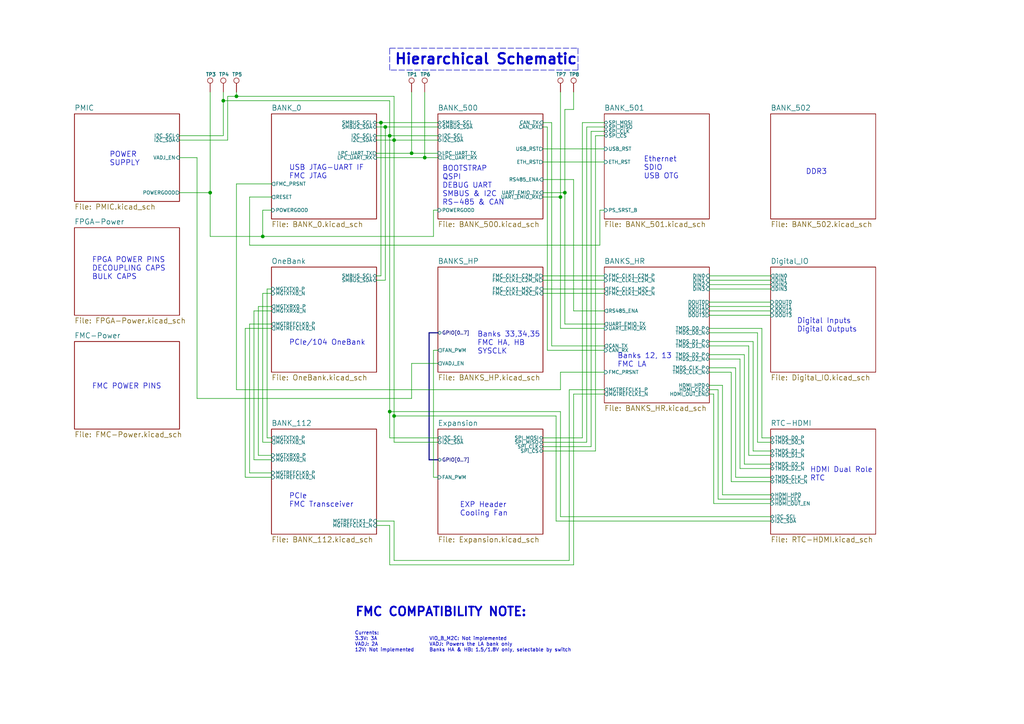
<source format=kicad_sch>
(kicad_sch (version 20250114) (generator "eeschema") (generator_version "9.0")
  (paper "A4")
  (title_block (title "CIAA-ACC  Hierarchical schematic") (date "2019-08-28") (rev "V1.4") (company "COMPUTADORA INDUSTRIAL ABIERTA ARGENTINA. CIAA-ACC (HPC)") (comment 1 "Authors: See 'doc/CHANGES.txt' file.      License: See 'doc/LICENCIA_CIAA_ACC.txt' file."))
  (lib_symbols
    (symbol "CIAA_ACC:TESTPOINT" (pin_numbers (hide yes)) (pin_names (offset 0.762) (hide yes))
      (property "Reference" "TP" (at 0 6.858 0))
      (property "Value" "TESTPOINT" (at 0 5.08 0))
      (symbol "TESTPOINT_0_1"
        (circle (center 0 3.302) (radius 0.762))
      )
      (symbol "TESTPOINT_1_1"
        (pin passive line (at 0 0 90) (length 2.54) (name "1") (number "1"))
      )
    )
  )
  (text "Banks 33,34,35\nFMC HA, HB\nSYSCLK" (at 138.43 102.87 0) (effects (font (size 1.524 1.524)) (justify left bottom)))
  (text "EXP Header\nCooling Fan" (at 133.35 149.86 0) (effects (font (size 1.524 1.524)) (justify left bottom)))
  (text "Banks 12, 13\nFMC LA" (at 179.07 106.68 0) (effects (font (size 1.524 1.524)) (justify left bottom)))
  (text "BOOTSTRAP\nQSPI\nDEBUG UART\nSMBUS & I2C\nRS-485 & CAN" (at 128.27 59.69 0) (effects (font (size 1.524 1.524)) (justify left bottom)))
  (text "FPGA POWER PINS\nDECOUPLING CAPS\nBULK CAPS" (at 26.67 81.28 0) (effects (font (size 1.524 1.524)) (justify left bottom)))
  (text "Currents:\n3.3V: 3A\nVADJ: 2A\n12V: Not implemented" (at 102.87 189.23 0) (effects (font (size 1.016 1.016)) (justify left bottom)))
  (text "FMC POWER PINS" (at 26.67 113.03 0) (effects (font (size 1.524 1.524)) (justify left bottom)))
  (text "FMC COMPATIBILITY NOTE:" (at 102.87 179.07 0) (effects (font (size 2.54 2.54) (thickness 0.508) (bold yes)) (justify left bottom)))
  (text "PCIe/104 OneBank" (at 83.82 100.33 0) (effects (font (size 1.524 1.524)) (justify left bottom)))
  (text "USB JTAG-UART IF\nFMC JTAG" (at 83.82 52.07 0) (effects (font (size 1.524 1.524)) (justify left bottom)))
  (text "VIO_B_M2C: Not implemented\nVADJ: Powers the LA bank only\nBanks HA & HB: 1.5/1.8V only, selectable by switch" (at 124.46 189.23 0) (effects (font (size 1.016 1.016)) (justify left bottom)))
  (text "Hierarchical Schematic" (at 114.3 19.05 0) (effects (font (size 2.9972 2.9972) (thickness 0.5994) (bold yes)) (justify left bottom)))
  (text "HDMI Dual Role\nRTC" (at 234.95 139.7 0) (effects (font (size 1.524 1.524)) (justify left bottom)))
  (text "DDR3" (at 233.68 50.8 0) (effects (font (size 1.524 1.524)) (justify left bottom)))
  (text "POWER\nSUPPLY" (at 31.75 48.26 0) (effects (font (size 1.524 1.524)) (justify left bottom)))
  (text "Ethernet\nSDIO\nUSB OTG" (at 186.69 52.07 0) (effects (font (size 1.524 1.524)) (justify left bottom)))
  (text "Digital Inputs\nDigital Outputs" (at 231.14 96.52 0) (effects (font (size 1.524 1.524)) (justify left bottom)))
  (text "PCIe\nFMC Transceiver" (at 83.82 147.32 0) (effects (font (size 1.524 1.524)) (justify left bottom)))
  (junction (at 111.76 36.83))
  (junction (at 60.96 55.88))
  (junction (at 68.58 27.94))
  (junction (at 64.77 29.21))
  (junction (at 123.19 45.72))
  (junction (at 114.3 40.64))
  (junction (at 163.83 55.88))
  (junction (at 113.03 39.37))
  (junction (at 110.49 35.56))
  (junction (at 76.2 68.58))
  (junction (at 162.56 57.15))
  (junction (at 114.3 120.65))
  (junction (at 119.38 44.45))
  (junction (at 113.03 119.38))
  (polyline (pts (xy 113.03 20.32) (xy 113.03 13.97)) (stroke (width 0) (type dash)))
  (wire (pts (xy 78.74 60.96) (xy 76.2 60.96)))
  (wire (pts (xy 175.26 114.3) (xy 166.37 114.3)))
  (wire (pts (xy 217.17 100.33) (xy 217.17 132.08)))
  (wire (pts (xy 166.37 114.3) (xy 166.37 163.83)))
  (bus (pts (xy 127 96.52) (xy 124.46 96.52)))
  (wire (pts (xy 127 101.6) (xy 125.73 101.6)))
  (wire (pts (xy 213.36 106.68) (xy 213.36 138.43)))
  (wire (pts (xy 114.3 128.27) (xy 127 128.27)))
  (wire (pts (xy 52.07 55.88) (xy 60.96 55.88)))
  (wire (pts (xy 73.66 90.17) (xy 73.66 133.35)))
  (wire (pts (xy 68.58 113.03) (xy 162.56 113.03)))
  (polyline (pts (xy 113.03 13.97) (xy 167.64 13.97)) (stroke (width 0) (type dash)))
  (wire (pts (xy 125.73 138.43) (xy 127 138.43)))
  (wire (pts (xy 205.74 104.14) (xy 214.63 104.14)))
  (wire (pts (xy 212.09 139.7) (xy 223.52 139.7)))
  (wire (pts (xy 165.1 113.03) (xy 175.26 113.03)))
  (wire (pts (xy 205.74 90.17) (xy 223.52 90.17)))
  (wire (pts (xy 209.55 143.51) (xy 223.52 143.51)))
  (wire (pts (xy 205.74 81.28) (xy 223.52 81.28)))
  (wire (pts (xy 219.71 128.27) (xy 223.52 128.27)))
  (wire (pts (xy 74.93 132.08) (xy 78.74 132.08)))
  (wire (pts (xy 123.19 26.67) (xy 123.19 45.72)))
  (wire (pts (xy 119.38 105.41) (xy 127 105.41)))
  (wire (pts (xy 114.3 151.13) (xy 114.3 162.56)))
  (wire (pts (xy 161.29 151.13) (xy 161.29 120.65)))
  (wire (pts (xy 218.44 130.81) (xy 223.52 130.81)))
  (wire (pts (xy 220.98 95.25) (xy 220.98 127)))
  (wire (pts (xy 72.39 93.98) (xy 72.39 137.16)))
  (wire (pts (xy 205.74 113.03) (xy 208.28 113.03)))
  (wire (pts (xy 205.74 100.33) (xy 217.17 100.33)))
  (wire (pts (xy 168.91 35.56) (xy 175.26 35.56)))
  (wire (pts (xy 157.48 129.54) (xy 171.45 129.54)))
  (wire (pts (xy 60.96 26.67) (xy 60.96 55.88)))
  (wire (pts (xy 72.39 137.16) (xy 78.74 137.16)))
  (wire (pts (xy 172.72 39.37) (xy 172.72 130.81)))
  (wire (pts (xy 60.96 55.88) (xy 60.96 68.58)))
  (wire (pts (xy 175.26 83.82) (xy 157.48 83.82)))
  (wire (pts (xy 173.99 71.12) (xy 173.99 60.96)))
  (bus (pts (xy 124.46 96.52) (xy 124.46 133.35)))
  (wire (pts (xy 173.99 60.96) (xy 175.26 60.96)))
  (wire (pts (xy 78.74 57.15) (xy 72.39 57.15)))
  (wire (pts (xy 166.37 31.75) (xy 163.83 31.75)))
  (wire (pts (xy 114.3 162.56) (xy 165.1 162.56)))
  (wire (pts (xy 162.56 149.86) (xy 223.52 149.86)))
  (wire (pts (xy 163.83 55.88) (xy 163.83 93.98)))
  (wire (pts (xy 78.74 90.17) (xy 73.66 90.17)))
  (wire (pts (xy 217.17 132.08) (xy 223.52 132.08)))
  (wire (pts (xy 113.03 29.21) (xy 64.77 29.21)))
  (wire (pts (xy 175.26 80.01) (xy 157.48 80.01)))
  (wire (pts (xy 52.07 45.72) (xy 57.15 45.72)))
  (wire (pts (xy 175.26 100.33) (xy 160.02 100.33)))
  (wire (pts (xy 166.37 163.83) (xy 113.03 163.83)))
  (wire (pts (xy 77.47 83.82) (xy 77.47 127)))
  (wire (pts (xy 110.49 80.01) (xy 110.49 35.56)))
  (wire (pts (xy 60.96 68.58) (xy 76.2 68.58)))
  (wire (pts (xy 170.18 36.83) (xy 170.18 128.27)))
  (wire (pts (xy 162.56 119.38) (xy 113.03 119.38)))
  (wire (pts (xy 119.38 115.57) (xy 119.38 105.41)))
  (wire (pts (xy 125.73 101.6) (xy 125.73 138.43)))
  (wire (pts (xy 209.55 111.76) (xy 209.55 143.51)))
  (wire (pts (xy 205.74 99.06) (xy 218.44 99.06)))
  (wire (pts (xy 109.22 36.83) (xy 111.76 36.83)))
  (wire (pts (xy 109.22 151.13) (xy 114.3 151.13)))
  (wire (pts (xy 205.74 96.52) (xy 219.71 96.52)))
  (wire (pts (xy 114.3 120.65) (xy 114.3 128.27)))
  (wire (pts (xy 205.74 107.95) (xy 212.09 107.95)))
  (wire (pts (xy 163.83 31.75) (xy 163.83 55.88)))
  (wire (pts (xy 71.12 95.25) (xy 71.12 138.43)))
  (wire (pts (xy 125.73 60.96) (xy 127 60.96)))
  (wire (pts (xy 76.2 60.96) (xy 76.2 68.58)))
  (wire (pts (xy 213.36 138.43) (xy 223.52 138.43)))
  (wire (pts (xy 78.74 85.09) (xy 76.2 85.09)))
  (wire (pts (xy 214.63 104.14) (xy 214.63 135.89)))
  (wire (pts (xy 78.74 95.25) (xy 71.12 95.25)))
  (wire (pts (xy 205.74 102.87) (xy 215.9 102.87)))
  (wire (pts (xy 72.39 57.15) (xy 72.39 71.12)))
  (wire (pts (xy 114.3 27.94) (xy 68.58 27.94)))
  (wire (pts (xy 119.38 26.67) (xy 119.38 44.45)))
  (wire (pts (xy 160.02 35.56) (xy 157.48 35.56)))
  (wire (pts (xy 212.09 107.95) (xy 212.09 139.7)))
  (wire (pts (xy 64.77 29.21) (xy 64.77 39.37)))
  (wire (pts (xy 168.91 127) (xy 168.91 35.56)))
  (wire (pts (xy 64.77 26.67) (xy 64.77 29.21)))
  (wire (pts (xy 160.02 100.33) (xy 160.02 35.56)))
  (wire (pts (xy 170.18 128.27) (xy 157.48 128.27)))
  (wire (pts (xy 172.72 130.81) (xy 157.48 130.81)))
  (wire (pts (xy 109.22 81.28) (xy 111.76 81.28)))
  (wire (pts (xy 214.63 135.89) (xy 223.52 135.89)))
  (wire (pts (xy 119.38 44.45) (xy 127 44.45)))
  (wire (pts (xy 166.37 26.67) (xy 166.37 31.75)))
  (wire (pts (xy 165.1 162.56) (xy 165.1 113.03)))
  (bus (pts (xy 124.46 133.35) (xy 127 133.35)))
  (wire (pts (xy 123.19 45.72) (xy 127 45.72)))
  (wire (pts (xy 205.74 88.9) (xy 223.52 88.9)))
  (wire (pts (xy 175.26 85.09) (xy 157.48 85.09)))
  (wire (pts (xy 113.03 39.37) (xy 113.03 119.38)))
  (wire (pts (xy 73.66 133.35) (xy 78.74 133.35)))
  (wire (pts (xy 109.22 39.37) (xy 113.03 39.37)))
  (polyline (pts (xy 167.64 20.32) (xy 113.03 20.32)) (stroke (width 0) (type dash)))
  (wire (pts (xy 205.74 83.82) (xy 223.52 83.82)))
  (wire (pts (xy 162.56 57.15) (xy 162.56 95.25)))
  (wire (pts (xy 166.37 52.07) (xy 166.37 90.17)))
  (wire (pts (xy 175.26 36.83) (xy 170.18 36.83)))
  (wire (pts (xy 163.83 93.98) (xy 175.26 93.98)))
  (wire (pts (xy 175.26 81.28) (xy 157.48 81.28)))
  (wire (pts (xy 57.15 115.57) (xy 119.38 115.57)))
  (wire (pts (xy 64.77 39.37) (xy 52.07 39.37)))
  (wire (pts (xy 219.71 96.52) (xy 219.71 128.27)))
  (wire (pts (xy 111.76 36.83) (xy 127 36.83)))
  (wire (pts (xy 68.58 27.94) (xy 66.04 27.94)))
  (wire (pts (xy 76.2 68.58) (xy 125.73 68.58)))
  (wire (pts (xy 157.48 127) (xy 168.91 127)))
  (wire (pts (xy 175.26 46.99) (xy 157.48 46.99)))
  (wire (pts (xy 110.49 35.56) (xy 127 35.56)))
  (wire (pts (xy 157.48 55.88) (xy 163.83 55.88)))
  (wire (pts (xy 207.01 146.05) (xy 223.52 146.05)))
  (wire (pts (xy 215.9 134.62) (xy 223.52 134.62)))
  (wire (pts (xy 157.48 57.15) (xy 162.56 57.15)))
  (wire (pts (xy 114.3 40.64) (xy 114.3 120.65)))
  (wire (pts (xy 205.74 82.55) (xy 223.52 82.55)))
  (wire (pts (xy 215.9 102.87) (xy 215.9 134.62)))
  (wire (pts (xy 114.3 40.64) (xy 127 40.64)))
  (wire (pts (xy 109.22 80.01) (xy 110.49 80.01)))
  (wire (pts (xy 208.28 144.78) (xy 223.52 144.78)))
  (wire (pts (xy 66.04 40.64) (xy 52.07 40.64)))
  (wire (pts (xy 113.03 29.21) (xy 113.03 39.37)))
  (wire (pts (xy 109.22 35.56) (xy 110.49 35.56)))
  (wire (pts (xy 77.47 127) (xy 78.74 127)))
  (wire (pts (xy 205.74 114.3) (xy 207.01 114.3)))
  (wire (pts (xy 114.3 27.94) (xy 114.3 40.64)))
  (wire (pts (xy 218.44 99.06) (xy 218.44 130.81)))
  (wire (pts (xy 109.22 40.64) (xy 114.3 40.64)))
  (wire (pts (xy 157.48 52.07) (xy 166.37 52.07)))
  (wire (pts (xy 166.37 90.17) (xy 175.26 90.17)))
  (wire (pts (xy 68.58 26.67) (xy 68.58 27.94)))
  (wire (pts (xy 68.58 53.34) (xy 68.58 113.03)))
  (wire (pts (xy 158.75 101.6) (xy 175.26 101.6)))
  (wire (pts (xy 76.2 85.09) (xy 76.2 128.27)))
  (wire (pts (xy 161.29 120.65) (xy 114.3 120.65)))
  (wire (pts (xy 223.52 151.13) (xy 161.29 151.13)))
  (wire (pts (xy 175.26 39.37) (xy 172.72 39.37)))
  (wire (pts (xy 162.56 26.67) (xy 162.56 57.15)))
  (wire (pts (xy 205.74 91.44) (xy 223.52 91.44)))
  (wire (pts (xy 113.03 152.4) (xy 109.22 152.4)))
  (wire (pts (xy 220.98 127) (xy 223.52 127)))
  (wire (pts (xy 72.39 71.12) (xy 173.99 71.12)))
  (wire (pts (xy 74.93 88.9) (xy 74.93 132.08)))
  (wire (pts (xy 125.73 68.58) (xy 125.73 60.96)))
  (wire (pts (xy 109.22 44.45) (xy 119.38 44.45)))
  (wire (pts (xy 113.03 119.38) (xy 113.03 127)))
  (wire (pts (xy 205.74 80.01) (xy 223.52 80.01)))
  (wire (pts (xy 208.28 113.03) (xy 208.28 144.78)))
  (wire (pts (xy 171.45 38.1) (xy 175.26 38.1)))
  (wire (pts (xy 78.74 93.98) (xy 72.39 93.98)))
  (wire (pts (xy 162.56 149.86) (xy 162.56 119.38)))
  (wire (pts (xy 78.74 83.82) (xy 77.47 83.82)))
  (wire (pts (xy 109.22 45.72) (xy 123.19 45.72)))
  (wire (pts (xy 111.76 81.28) (xy 111.76 36.83)))
  (wire (pts (xy 157.48 43.18) (xy 175.26 43.18)))
  (wire (pts (xy 157.48 36.83) (xy 158.75 36.83)))
  (wire (pts (xy 76.2 128.27) (xy 78.74 128.27)))
  (wire (pts (xy 162.56 95.25) (xy 175.26 95.25)))
  (wire (pts (xy 57.15 45.72) (xy 57.15 115.57)))
  (wire (pts (xy 162.56 107.95) (xy 175.26 107.95)))
  (wire (pts (xy 78.74 88.9) (xy 74.93 88.9)))
  (wire (pts (xy 205.74 87.63) (xy 223.52 87.63)))
  (wire (pts (xy 205.74 95.25) (xy 220.98 95.25)))
  (wire (pts (xy 71.12 138.43) (xy 78.74 138.43)))
  (wire (pts (xy 171.45 129.54) (xy 171.45 38.1)))
  (wire (pts (xy 78.74 53.34) (xy 68.58 53.34)))
  (wire (pts (xy 158.75 36.83) (xy 158.75 101.6)))
  (wire (pts (xy 205.74 111.76) (xy 209.55 111.76)))
  (wire (pts (xy 205.74 106.68) (xy 213.36 106.68)))
  (wire (pts (xy 113.03 163.83) (xy 113.03 152.4)))
  (wire (pts (xy 113.03 39.37) (xy 127 39.37)))
  (wire (pts (xy 113.03 127) (xy 127 127)))
  (polyline (pts (xy 167.64 13.97) (xy 167.64 20.32)) (stroke (width 0) (type dash)))
  (wire (pts (xy 207.01 114.3) (xy 207.01 146.05)))
  (wire (pts (xy 162.56 113.03) (xy 162.56 107.95)))
  (wire (pts (xy 66.04 27.94) (xy 66.04 40.64)))
  (symbol (lib_id "CIAA_ACC:TESTPOINT") (at 119.38 26.67 0) (unit 1)
    (property "Reference" "TP1" (at 118.11 21.59 0) (effects (font (size 1.016 1.016)) (justify left)))
    (property "Value" "TESTPOINT" (effects (hide yes)))
    (property "Footprint" "misc:TESTPOINT" (effects (hide yes)))
  )
  (symbol (lib_id "CIAA_ACC:TESTPOINT") (at 123.19 26.67 0) (unit 1)
    (property "Reference" "TP6" (at 121.92 21.59 0) (effects (font (size 1.016 1.016)) (justify left)))
    (property "Value" "TESTPOINT" (effects (hide yes)))
    (property "Footprint" "misc:TESTPOINT" (effects (hide yes)))
  )
  (symbol (lib_id "CIAA_ACC:TESTPOINT") (at 162.56 26.67 0) (unit 1)
    (property "Reference" "TP7" (at 161.29 21.59 0) (effects (font (size 1.016 1.016)) (justify left)))
    (property "Value" "TESTPOINT" (effects (hide yes)))
    (property "Footprint" "misc:TESTPOINT" (effects (hide yes)))
  )
  (symbol (lib_id "CIAA_ACC:TESTPOINT") (at 166.37 26.67 0) (unit 1)
    (property "Reference" "TP8" (at 165.1 21.59 0) (effects (font (size 1.016 1.016)) (justify left)))
    (property "Value" "TESTPOINT" (effects (hide yes)))
    (property "Footprint" "misc:TESTPOINT" (effects (hide yes)))
  )
  (symbol (lib_id "CIAA_ACC:TESTPOINT") (at 60.96 26.67 0) (unit 1)
    (property "Reference" "TP3" (at 59.69 21.59 0) (effects (font (size 1.016 1.016)) (justify left)))
    (property "Value" "TESTPOINT" (effects (hide yes)))
    (property "Footprint" "misc:TESTPOINT" (effects (hide yes)))
  )
  (symbol (lib_id "CIAA_ACC:TESTPOINT") (at 64.77 26.67 0) (unit 1)
    (property "Reference" "TP4" (at 63.5 21.59 0) (effects (font (size 1.016 1.016)) (justify left)))
    (property "Value" "TESTPOINT" (effects (hide yes)))
    (property "Footprint" "misc:TESTPOINT" (effects (hide yes)))
  )
  (symbol (lib_id "CIAA_ACC:TESTPOINT") (at 68.58 26.67 0) (unit 1)
    (property "Reference" "TP5" (at 67.31 21.59 0) (effects (font (size 1.016 1.016)) (justify left)))
    (property "Value" "TESTPOINT" (effects (hide yes)))
    (property "Footprint" "misc:TESTPOINT" (effects (hide yes)))
  )
  (sheet (at 223.52 33.02) (size 30.48 30.48)
    (property "Sheetname" "BANK_502" (at 223.52 32.1814 0) (effects (font (size 1.524 1.524)) (justify left bottom)))
    (property "Sheetfile" "BANK_502.kicad_sch" (at 223.52 64.1862 0) (effects (font (size 1.524 1.524)) (justify left top)))
  )
  (sheet (at 21.59 33.02) (size 30.48 25.4)
    (property "Sheetname" "PMIC" (at 21.59 32.1814 0) (effects (font (size 1.524 1.524)) (justify left bottom)))
    (property "Sheetfile" "PMIC.kicad_sch" (at 21.59 59.1062 0) (effects (font (size 1.524 1.524)) (justify left top)))
    (pin "POWERGOOD" output (at 52.07 55.88 0) (effects (font (size 1.016 1.016))))
    (pin "I2C_SCL" bidirectional (at 52.07 39.37 0) (effects (font (size 1.016 1.016))))
    (pin "I2C_SDA" bidirectional (at 52.07 40.64 0) (effects (font (size 1.016 1.016))))
    (pin "VADJ_EN" input (at 52.07 45.72 0) (effects (font (size 1.016 1.016))))
  )
  (sheet (at 78.74 77.47) (size 30.48 30.48)
    (property "Sheetname" "OneBank" (at 78.74 76.6314 0) (effects (font (size 1.524 1.524)) (justify left bottom)))
    (property "Sheetfile" "OneBank.kicad_sch" (at 78.74 108.6362 0) (effects (font (size 1.524 1.524)) (justify left top)))
    (pin "SMBUS_SCL" bidirectional (at 109.22 80.01 0) (effects (font (size 1.016 1.016))))
    (pin "SMBUS_SDA" bidirectional (at 109.22 81.28 0) (effects (font (size 1.016 1.016))))
    (pin "MGTXRX0_N" output (at 78.74 90.17 180) (effects (font (size 1.016 1.016))))
    (pin "MGTREFCLK0_N" output (at 78.74 95.25 180) (effects (font (size 1.016 1.016))))
    (pin "MGTREFCLK0_P" output (at 78.74 93.98 180) (effects (font (size 1.016 1.016))))
    (pin "MGTXRX0_P" output (at 78.74 88.9 180) (effects (font (size 1.016 1.016))))
    (pin "MGTXTX0_N" input (at 78.74 85.09 180) (effects (font (size 1.016 1.016))))
    (pin "MGTXTX0_P" input (at 78.74 83.82 180) (effects (font (size 1.016 1.016))))
  )
  (sheet (at 223.52 124.46) (size 30.48 30.48)
    (property "Sheetname" "RTC-HDMI" (at 223.52 123.6214 0) (effects (font (size 1.524 1.524)) (justify left bottom)))
    (property "Sheetfile" "RTC-HDMI.kicad_sch" (at 223.52 155.6262 0) (effects (font (size 1.524 1.524)) (justify left top)))
    (pin "I2C_SCL" bidirectional (at 223.52 149.86 180) (effects (font (size 1.016 1.016))))
    (pin "I2C_SDA" bidirectional (at 223.52 151.13 180) (effects (font (size 1.016 1.016))))
    (pin "TMDS_D2_P" bidirectional (at 223.52 134.62 180) (effects (font (size 1.016 1.016))))
    (pin "TMDS_D2_N" bidirectional (at 223.52 135.89 180) (effects (font (size 1.016 1.016))))
    (pin "TMDS_D1_P" bidirectional (at 223.52 130.81 180) (effects (font (size 1.016 1.016))))
    (pin "TMDS_D1_N" bidirectional (at 223.52 132.08 180) (effects (font (size 1.016 1.016))))
    (pin "TMDS_D0_P" bidirectional (at 223.52 127 180) (effects (font (size 1.016 1.016))))
    (pin "TMDS_D0_N" bidirectional (at 223.52 128.27 180) (effects (font (size 1.016 1.016))))
    (pin "TMDS_CLK_P" bidirectional (at 223.52 138.43 180) (effects (font (size 1.016 1.016))))
    (pin "TMDS_CLK_N" bidirectional (at 223.52 139.7 180) (effects (font (size 1.016 1.016))))
    (pin "HDMI_CEC" bidirectional (at 223.52 144.78 180) (effects (font (size 1.016 1.016))))
    (pin "HDMI_HPD" bidirectional (at 223.52 143.51 180) (effects (font (size 1.016 1.016))))
    (pin "HDMI_OUT_EN" input (at 223.52 146.05 180) (effects (font (size 1.016 1.016))))
  )
  (sheet (at 78.74 33.02) (size 30.48 30.48)
    (property "Sheetname" "BANK_0" (at 78.74 32.1814 0) (effects (font (size 1.524 1.524)) (justify left bottom)))
    (property "Sheetfile" "BANK_0.kicad_sch" (at 78.74 64.1862 0) (effects (font (size 1.524 1.524)) (justify left top)))
    (pin "LPC_UART_TX" output (at 109.22 44.45 0) (effects (font (size 1.016 1.016))))
    (pin "LPC_UART_RX" input (at 109.22 45.72 0) (effects (font (size 1.016 1.016))))
    (pin "RESET" output (at 78.74 57.15 180) (effects (font (size 1.016 1.016))))
    (pin "I2C_SCL" bidirectional (at 109.22 39.37 0) (effects (font (size 1.016 1.016))))
    (pin "I2C_SDA" bidirectional (at 109.22 40.64 0) (effects (font (size 1.016 1.016))))
    (pin "FMC_PRSNT" output (at 78.74 53.34 180) (effects (font (size 1.016 1.016))))
    (pin "SMBUS_SCL" bidirectional (at 109.22 35.56 0) (effects (font (size 1.016 1.016))))
    (pin "SMBUS_SDA" bidirectional (at 109.22 36.83 0) (effects (font (size 1.016 1.016))))
    (pin "POWERGOOD" input (at 78.74 60.96 180) (effects (font (size 1.016 1.016))))
  )
  (sheet (at 127 124.46) (size 30.48 30.48)
    (property "Sheetname" "Expansion" (at 127 123.6214 0) (effects (font (size 1.524 1.524)) (justify left bottom)))
    (property "Sheetfile" "Expansion.kicad_sch" (at 127 155.6262 0) (effects (font (size 1.524 1.524)) (justify left top)))
    (pin "SPI_MOSI" bidirectional (at 157.48 127 0) (effects (font (size 1.016 1.016))))
    (pin "SPI_MISO" bidirectional (at 157.48 128.27 0) (effects (font (size 1.016 1.016))))
    (pin "SPI_CLK" bidirectional (at 157.48 129.54 0) (effects (font (size 1.016 1.016))))
    (pin "SPI_CS" bidirectional (at 157.48 130.81 0) (effects (font (size 1.016 1.016))))
    (pin "I2C_SCL" bidirectional (at 127 127 180) (effects (font (size 1.016 1.016))))
    (pin "I2C_SDA" bidirectional (at 127 128.27 180) (effects (font (size 1.016 1.016))))
    (pin "GPIO[0..7]" bidirectional (at 127 133.35 180) (effects (font (size 1.016 1.016))))
    (pin "FAN_PWM" input (at 127 138.43 180) (effects (font (size 1.016 1.016))))
  )
  (sheet (at 223.52 77.47) (size 30.48 30.48)
    (property "Sheetname" "Digital_IO" (at 223.52 76.6314 0) (effects (font (size 1.524 1.524)) (justify left bottom)))
    (property "Sheetfile" "Digital_IO.kicad_sch" (at 223.52 108.6362 0) (effects (font (size 1.524 1.524)) (justify left top)))
    (pin "DIN0" output (at 223.52 80.01 180) (effects (font (size 1.016 1.016))))
    (pin "DIN1" output (at 223.52 81.28 180) (effects (font (size 1.016 1.016))))
    (pin "DIN2" output (at 223.52 82.55 180) (effects (font (size 1.016 1.016))))
    (pin "DIN3" output (at 223.52 83.82 180) (effects (font (size 1.016 1.016))))
    (pin "DOUT0" input (at 223.52 87.63 180) (effects (font (size 1.016 1.016))))
    (pin "DOUT1" input (at 223.52 88.9 180) (effects (font (size 1.016 1.016))))
    (pin "DOUT2" input (at 223.52 90.17 180) (effects (font (size 1.016 1.016))))
    (pin "DOUT3" input (at 223.52 91.44 180) (effects (font (size 1.016 1.016))))
  )
  (sheet (at 78.74 124.46) (size 30.48 30.48)
    (property "Sheetname" "BANK_112" (at 78.74 123.6214 0) (effects (font (size 1.524 1.524)) (justify left bottom)))
    (property "Sheetfile" "BANK_112.kicad_sch" (at 78.74 155.6262 0) (effects (font (size 1.524 1.524)) (justify left top)))
    (pin "MGTXTX0_N" output (at 78.74 128.27 180) (effects (font (size 1.016 1.016))))
    (pin "MGTXTX0_P" output (at 78.74 127 180) (effects (font (size 1.016 1.016))))
    (pin "MGTXRX0_N" input (at 78.74 133.35 180) (effects (font (size 1.016 1.016))))
    (pin "MGTREFCLK0_N" input (at 78.74 138.43 180) (effects (font (size 1.016 1.016))))
    (pin "MGTREFCLK0_P" input (at 78.74 137.16 180) (effects (font (size 1.016 1.016))))
    (pin "MGTXRX0_P" input (at 78.74 132.08 180) (effects (font (size 1.016 1.016))))
    (pin "MGTREFCLK1_N" input (at 109.22 152.4 0) (effects (font (size 1.016 1.016))))
    (pin "MGTREFCLK1_P" input (at 109.22 151.13 0) (effects (font (size 1.016 1.016))))
  )
  (sheet (at 127 33.02) (size 30.48 30.48)
    (property "Sheetname" "BANK_500" (at 127 32.1814 0) (effects (font (size 1.524 1.524)) (justify left bottom)))
    (property "Sheetfile" "BANK_500.kicad_sch" (at 127 64.1862 0) (effects (font (size 1.524 1.524)) (justify left top)))
    (pin "USB_RST" output (at 157.48 43.18 0) (effects (font (size 1.016 1.016))))
    (pin "ETH_RST" output (at 157.48 46.99 0) (effects (font (size 1.016 1.016))))
    (pin "POWERGOOD" input (at 127 60.96 180) (effects (font (size 1.016 1.016))))
    (pin "LPC_UART_TX" input (at 127 44.45 180) (effects (font (size 1.016 1.016))))
    (pin "LPC_UART_RX" output (at 127 45.72 180) (effects (font (size 1.016 1.016))))
    (pin "I2C_SCL" bidirectional (at 127 39.37 180) (effects (font (size 1.016 1.016))))
    (pin "I2C_SDA" bidirectional (at 127 40.64 180) (effects (font (size 1.016 1.016))))
    (pin "SMBUS_SCL" bidirectional (at 127 35.56 180) (effects (font (size 1.016 1.016))))
    (pin "SMBUS_SDA" bidirectional (at 127 36.83 180) (effects (font (size 1.016 1.016))))
    (pin "RS485_ENA" input (at 157.48 52.07 0) (effects (font (size 1.016 1.016))))
    (pin "UART_EMIO_TX" input (at 157.48 55.88 0) (effects (font (size 1.016 1.016))))
    (pin "UART_EMIO_RX" output (at 157.48 57.15 0) (effects (font (size 1.016 1.016))))
    (pin "CAN_TX" input (at 157.48 35.56 0) (effects (font (size 1.016 1.016))))
    (pin "CAN_RX" output (at 157.48 36.83 0) (effects (font (size 1.016 1.016))))
  )
  (sheet (at 21.59 66.04) (size 30.48 25.4)
    (property "Sheetname" "FPGA-Power" (at 21.59 65.2014 0) (effects (font (size 1.524 1.524)) (justify left bottom)))
    (property "Sheetfile" "FPGA-Power.kicad_sch" (at 21.59 92.1262 0) (effects (font (size 1.524 1.524)) (justify left top)))
  )
  (sheet (at 21.59 99.06) (size 30.48 25.4)
    (property "Sheetname" "FMC-Power" (at 21.59 98.2214 0) (effects (font (size 1.524 1.524)) (justify left bottom)))
    (property "Sheetfile" "FMC-Power.kicad_sch" (at 21.59 125.1462 0) (effects (font (size 1.524 1.524)) (justify left top)))
  )
  (sheet (at 175.26 33.02) (size 30.48 30.48)
    (property "Sheetname" "BANK_501" (at 175.26 32.1814 0) (effects (font (size 1.524 1.524)) (justify left bottom)))
    (property "Sheetfile" "BANK_501.kicad_sch" (at 175.26 64.1862 0) (effects (font (size 1.524 1.524)) (justify left top)))
    (pin "PS_SRST_B" input (at 175.26 60.96 180) (effects (font (size 1.016 1.016))))
    (pin "USB_RST" input (at 175.26 43.18 180) (effects (font (size 1.016 1.016))))
    (pin "ETH_RST" input (at 175.26 46.99 180) (effects (font (size 1.016 1.016))))
    (pin "SPI_MOSI" bidirectional (at 175.26 35.56 180) (effects (font (size 1.016 1.016))))
    (pin "SPI_MISO" bidirectional (at 175.26 36.83 180) (effects (font (size 1.016 1.016))))
    (pin "SPI_CLK" bidirectional (at 175.26 38.1 180) (effects (font (size 1.016 1.016))))
    (pin "SPI_CS" bidirectional (at 175.26 39.37 180) (effects (font (size 1.016 1.016))))
  )
  (sheet (at 175.26 77.47) (size 30.48 39.37)
    (property "Sheetname" "BANKS_HR" (at 175.26 76.6314 0) (effects (font (size 1.524 1.524)) (justify left bottom)))
    (property "Sheetfile" "BANKS_HR.kicad_sch" (at 175.26 117.5262 0) (effects (font (size 1.524 1.524)) (justify left top)))
    (pin "UART_EMIO_TX" output (at 175.26 93.98 180) (effects (font (size 1.016 1.016))))
    (pin "UART_EMIO_RX" input (at 175.26 95.25 180) (effects (font (size 1.016 1.016))))
    (pin "RS485_ENA" output (at 175.26 90.17 180) (effects (font (size 1.016 1.016))))
    (pin "DIN2" input (at 205.74 82.55 0) (effects (font (size 1.016 1.016))))
    (pin "DIN3" input (at 205.74 83.82 0) (effects (font (size 1.016 1.016))))
    (pin "DIN0" input (at 205.74 80.01 0) (effects (font (size 1.016 1.016))))
    (pin "DIN1" input (at 205.74 81.28 0) (effects (font (size 1.016 1.016))))
    (pin "DOUT0" output (at 205.74 87.63 0) (effects (font (size 1.016 1.016))))
    (pin "DOUT1" output (at 205.74 88.9 0) (effects (font (size 1.016 1.016))))
    (pin "DOUT2" output (at 205.74 90.17 0) (effects (font (size 1.016 1.016))))
    (pin "DOUT3" output (at 205.74 91.44 0) (effects (font (size 1.016 1.016))))
    (pin "FMC_PRSNT" input (at 175.26 107.95 180) (effects (font (size 1.016 1.016))))
    (pin "HDMI_CEC" bidirectional (at 205.74 113.03 0) (effects (font (size 1.016 1.016))))
    (pin "HDMI_HPD" bidirectional (at 205.74 111.76 0) (effects (font (size 1.016 1.016))))
    (pin "MGTREFCLK1_N" output (at 175.26 114.3 180) (effects (font (size 1.016 1.016))))
    (pin "MGTREFCLK1_P" output (at 175.26 113.03 180) (effects (font (size 1.016 1.016))))
    (pin "TMDS_D2_P" bidirectional (at 205.74 102.87 0) (effects (font (size 1.016 1.016))))
    (pin "TMDS_D2_N" bidirectional (at 205.74 104.14 0) (effects (font (size 1.016 1.016))))
    (pin "TMDS_D1_P" bidirectional (at 205.74 99.06 0) (effects (font (size 1.016 1.016))))
    (pin "TMDS_D1_N" bidirectional (at 205.74 100.33 0) (effects (font (size 1.016 1.016))))
    (pin "TMDS_D0_P" bidirectional (at 205.74 95.25 0) (effects (font (size 1.016 1.016))))
    (pin "TMDS_D0_N" bidirectional (at 205.74 96.52 0) (effects (font (size 1.016 1.016))))
    (pin "TMDS_CLK_P" bidirectional (at 205.74 106.68 0) (effects (font (size 1.016 1.016))))
    (pin "TMDS_CLK_N" bidirectional (at 205.74 107.95 0) (effects (font (size 1.016 1.016))))
    (pin "HDMI_OUT_EN" output (at 205.74 114.3 0) (effects (font (size 1.016 1.016))))
    (pin "CAN_TX" output (at 175.26 100.33 180) (effects (font (size 1.016 1.016))))
    (pin "CAN_RX" input (at 175.26 101.6 180) (effects (font (size 1.016 1.016))))
    (pin "FMC_CLK1_C2M_N" input (at 175.26 81.28 180) (effects (font (size 1.016 1.016))))
    (pin "FMC_CLK1_C2M_P" input (at 175.26 80.01 180) (effects (font (size 1.016 1.016))))
    (pin "FMC_CLK1_M2C_N" output (at 175.26 85.09 180) (effects (font (size 1.016 1.016))))
    (pin "FMC_CLK1_M2C_P" output (at 175.26 83.82 180) (effects (font (size 1.016 1.016))))
  )
  (sheet (at 127 77.47) (size 30.48 30.48)
    (property "Sheetname" "BANKS_HP" (at 127 76.6314 0) (effects (font (size 1.524 1.524)) (justify left bottom)))
    (property "Sheetfile" "BANKS_HP.kicad_sch" (at 127 108.6362 0) (effects (font (size 1.524 1.524)) (justify left top)))
    (pin "FAN_PWM" output (at 127 101.6 180) (effects (font (size 1.016 1.016))))
    (pin "GPIO[0..7]" bidirectional (at 127 96.52 180) (effects (font (size 1.016 1.016))))
    (pin "VADJ_EN" output (at 127 105.41 180) (effects (font (size 1.016 1.016))))
    (pin "FMC_CLK1_C2M_N" output (at 157.48 81.28 0) (effects (font (size 1.016 1.016))))
    (pin "FMC_CLK1_C2M_P" output (at 157.48 80.01 0) (effects (font (size 1.016 1.016))))
    (pin "FMC_CLK1_M2C_N" input (at 157.48 85.09 0) (effects (font (size 1.016 1.016))))
    (pin "FMC_CLK1_M2C_P" input (at 157.48 83.82 0) (effects (font (size 1.016 1.016))))
  )
)
</source>
